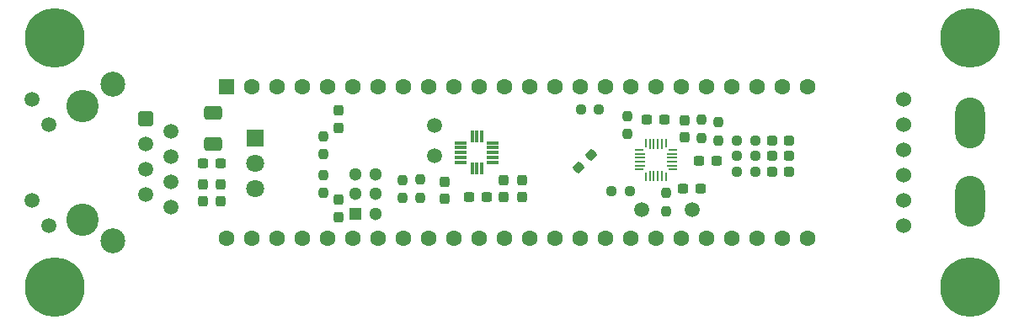
<source format=gbr>
%TF.GenerationSoftware,KiCad,Pcbnew,(6.0.1)*%
%TF.CreationDate,2022-11-25T01:31:12-06:00*%
%TF.ProjectId,NavBoard_Hardware,4e617642-6f61-4726-945f-486172647761,rev?*%
%TF.SameCoordinates,Original*%
%TF.FileFunction,Soldermask,Top*%
%TF.FilePolarity,Negative*%
%FSLAX46Y46*%
G04 Gerber Fmt 4.6, Leading zero omitted, Abs format (unit mm)*
G04 Created by KiCad (PCBNEW (6.0.1)) date 2022-11-25 01:31:12*
%MOMM*%
%LPD*%
G01*
G04 APERTURE LIST*
G04 Aperture macros list*
%AMRoundRect*
0 Rectangle with rounded corners*
0 $1 Rounding radius*
0 $2 $3 $4 $5 $6 $7 $8 $9 X,Y pos of 4 corners*
0 Add a 4 corners polygon primitive as box body*
4,1,4,$2,$3,$4,$5,$6,$7,$8,$9,$2,$3,0*
0 Add four circle primitives for the rounded corners*
1,1,$1+$1,$2,$3*
1,1,$1+$1,$4,$5*
1,1,$1+$1,$6,$7*
1,1,$1+$1,$8,$9*
0 Add four rect primitives between the rounded corners*
20,1,$1+$1,$2,$3,$4,$5,0*
20,1,$1+$1,$4,$5,$6,$7,0*
20,1,$1+$1,$6,$7,$8,$9,0*
20,1,$1+$1,$8,$9,$2,$3,0*%
G04 Aperture macros list end*
%ADD10RoundRect,0.237500X-0.237500X0.250000X-0.237500X-0.250000X0.237500X-0.250000X0.237500X0.250000X0*%
%ADD11RoundRect,0.237500X0.300000X0.237500X-0.300000X0.237500X-0.300000X-0.237500X0.300000X-0.237500X0*%
%ADD12C,1.500000*%
%ADD13RoundRect,0.237500X-0.250000X-0.237500X0.250000X-0.237500X0.250000X0.237500X-0.250000X0.237500X0*%
%ADD14R,1.800000X1.800000*%
%ADD15C,1.800000*%
%ADD16R,0.228600X0.875000*%
%ADD17R,0.228600X1.000000*%
%ADD18R,0.850000X0.228600*%
%ADD19R,1.000000X0.228600*%
%ADD20R,0.228600X0.850000*%
%ADD21R,0.875000X0.228600*%
%ADD22RoundRect,0.237500X-0.300000X-0.237500X0.300000X-0.237500X0.300000X0.237500X-0.300000X0.237500X0*%
%ADD23RoundRect,0.237500X-0.237500X0.300000X-0.237500X-0.300000X0.237500X-0.300000X0.237500X0.300000X0*%
%ADD24RoundRect,0.250000X-0.650000X0.412500X-0.650000X-0.412500X0.650000X-0.412500X0.650000X0.412500X0*%
%ADD25RoundRect,0.237500X0.237500X-0.287500X0.237500X0.287500X-0.237500X0.287500X-0.237500X-0.287500X0*%
%ADD26R,1.200000X0.350000*%
%ADD27R,0.350000X1.200000*%
%ADD28C,6.000000*%
%ADD29RoundRect,0.237500X0.287500X0.237500X-0.287500X0.237500X-0.287500X-0.237500X0.287500X-0.237500X0*%
%ADD30RoundRect,0.237500X0.237500X-0.250000X0.237500X0.250000X-0.237500X0.250000X-0.237500X-0.250000X0*%
%ADD31RoundRect,0.237500X0.250000X0.237500X-0.250000X0.237500X-0.250000X-0.237500X0.250000X-0.237500X0*%
%ADD32RoundRect,0.237500X0.237500X-0.300000X0.237500X0.300000X-0.237500X0.300000X-0.237500X-0.300000X0*%
%ADD33C,3.250000*%
%ADD34RoundRect,0.250500X-0.499500X0.499500X-0.499500X-0.499500X0.499500X-0.499500X0.499500X0.499500X0*%
%ADD35C,2.500000*%
%ADD36RoundRect,0.237500X0.008839X0.344715X-0.344715X-0.008839X-0.008839X-0.344715X0.344715X0.008839X0*%
%ADD37RoundRect,0.237500X-0.237500X0.287500X-0.237500X-0.287500X0.237500X-0.287500X0.237500X0.287500X0*%
%ADD38C,1.524000*%
%ADD39R,1.600000X1.600000*%
%ADD40C,1.600000*%
%ADD41R,1.300000X1.300000*%
%ADD42C,1.300000*%
%ADD43O,3.000000X5.100000*%
G04 APERTURE END LIST*
D10*
%TO.C,R10*%
X122748929Y-73626070D03*
X122748929Y-75451070D03*
%TD*%
D11*
%TO.C,C5*%
X122561429Y-66238570D03*
X120836429Y-66238570D03*
%TD*%
D12*
%TO.C,TP3*%
X99455001Y-66850000D03*
%TD*%
D13*
%TO.C,R17*%
X129875000Y-68300000D03*
X131700000Y-68300000D03*
%TD*%
D14*
%TO.C,U2*%
X81480000Y-68087500D03*
D15*
X81480000Y-70627500D03*
X81480000Y-73167500D03*
%TD*%
D16*
%TO.C,U3*%
X120736508Y-71948570D03*
D17*
X121136510Y-71888570D03*
X121536509Y-71888570D03*
X121936509Y-71888570D03*
X122336508Y-71888570D03*
D16*
X122736510Y-71948570D03*
D18*
X123423929Y-71248930D03*
D19*
X123348929Y-70848928D03*
X123348929Y-70448929D03*
X123348929Y-70048929D03*
X123348929Y-69648930D03*
D18*
X123423929Y-69248928D03*
D20*
X122736510Y-68563570D03*
D17*
X122336508Y-68638570D03*
X121936509Y-68638570D03*
X121536509Y-68638570D03*
X121136510Y-68638570D03*
D20*
X120736508Y-68563570D03*
D21*
X120038929Y-69248928D03*
D19*
X120098929Y-69648930D03*
X120098929Y-70048929D03*
X120098929Y-70448929D03*
X120098929Y-70848928D03*
D21*
X120038929Y-71248930D03*
%TD*%
D22*
%TO.C,C1*%
X76237500Y-70600000D03*
X77962500Y-70600000D03*
%TD*%
D23*
%TO.C,C12*%
X100455000Y-72450000D03*
X100455000Y-74175000D03*
%TD*%
D12*
%TO.C,TP2*%
X125348929Y-75238570D03*
%TD*%
%TO.C,TP4*%
X99455000Y-69850000D03*
%TD*%
D13*
%TO.C,R16*%
X129875000Y-69900000D03*
X131700000Y-69900000D03*
%TD*%
D24*
%TO.C,C2*%
X77200000Y-65537500D03*
X77200000Y-68662500D03*
%TD*%
D25*
%TO.C,D5*%
X89800000Y-76000001D03*
X89800000Y-74250001D03*
%TD*%
D11*
%TO.C,C9*%
X104717500Y-73968750D03*
X102992500Y-73968750D03*
%TD*%
D26*
%TO.C,U4*%
X105345000Y-70550000D03*
X105345000Y-70050000D03*
X105345000Y-69550000D03*
X105345000Y-69050000D03*
X105345000Y-68550000D03*
D27*
X104255000Y-67950000D03*
X103755000Y-67950000D03*
X103255000Y-67950000D03*
D26*
X102145000Y-68550000D03*
X102145000Y-69050000D03*
X102145000Y-69550000D03*
X102145000Y-70050000D03*
X102145000Y-70550000D03*
D27*
X103255000Y-71150000D03*
X103755000Y-71150000D03*
X104255000Y-71150000D03*
%TD*%
D28*
%TO.C,H3*%
X153300000Y-83100000D03*
%TD*%
D29*
%TO.C,D2*%
X135162500Y-71500000D03*
X133412500Y-71500000D03*
%TD*%
D22*
%TO.C,C8*%
X126086429Y-70338570D03*
X127811429Y-70338570D03*
%TD*%
D30*
%TO.C,R18*%
X88300000Y-73612500D03*
X88300000Y-71787500D03*
%TD*%
D31*
%TO.C,R9*%
X119112500Y-73400000D03*
X117287500Y-73400000D03*
%TD*%
D10*
%TO.C,R13*%
X96300000Y-72287500D03*
X96300000Y-74112500D03*
%TD*%
D28*
%TO.C,H2*%
X153300000Y-58000000D03*
%TD*%
D29*
%TO.C,D4*%
X135162500Y-68300000D03*
X133412500Y-68300000D03*
%TD*%
%TO.C,D3*%
X135162500Y-69900000D03*
X133412500Y-69900000D03*
%TD*%
D13*
%TO.C,R15*%
X129875000Y-71500000D03*
X131700000Y-71500000D03*
%TD*%
D10*
%TO.C,R14*%
X98055001Y-72237500D03*
X98055001Y-74062500D03*
%TD*%
D23*
%TO.C,C3*%
X76200000Y-72737500D03*
X76200000Y-74462500D03*
%TD*%
%TO.C,C11*%
X108255000Y-72287500D03*
X108255000Y-74012500D03*
%TD*%
D32*
%TO.C,C6*%
X124648929Y-68038570D03*
X124648929Y-66313570D03*
%TD*%
D22*
%TO.C,C7*%
X124486429Y-73138570D03*
X126211429Y-73138570D03*
%TD*%
D23*
%TO.C,C4*%
X78000000Y-72737500D03*
X78000000Y-74462500D03*
%TD*%
%TO.C,C10*%
X106455000Y-72287501D03*
X106455000Y-74012501D03*
%TD*%
D12*
%TO.C,TP1*%
X120300000Y-75238570D03*
%TD*%
D30*
%TO.C,R12*%
X126348929Y-68051070D03*
X126348929Y-66226070D03*
%TD*%
D28*
%TO.C,H1*%
X61300000Y-58000000D03*
%TD*%
D30*
%TO.C,R5*%
X88300000Y-69712500D03*
X88300000Y-67887500D03*
%TD*%
D33*
%TO.C,J2*%
X64075000Y-64830000D03*
X64075000Y-76260000D03*
D34*
X70425000Y-66100000D03*
D12*
X72965000Y-67370000D03*
X70425000Y-68640000D03*
X72965000Y-69910000D03*
X70425000Y-71180000D03*
X72965000Y-72450000D03*
X70425000Y-73720000D03*
X72965000Y-74990000D03*
X58995000Y-64220000D03*
X60695000Y-66760000D03*
X58995000Y-74330000D03*
X60695000Y-76870000D03*
D35*
X67125000Y-78420000D03*
X67125000Y-62670000D03*
%TD*%
D28*
%TO.C,H4*%
X61300000Y-83100000D03*
%TD*%
D30*
%TO.C,R8*%
X128048929Y-68338570D03*
X128048929Y-66513570D03*
%TD*%
%TO.C,R11*%
X118848929Y-67663570D03*
X118848929Y-65838570D03*
%TD*%
D36*
%TO.C,R7*%
X115245235Y-69754765D03*
X113954765Y-71045235D03*
%TD*%
D13*
%TO.C,R6*%
X114187500Y-65200000D03*
X116012500Y-65200000D03*
%TD*%
D37*
%TO.C,D1*%
X89800000Y-65299999D03*
X89800000Y-67049999D03*
%TD*%
D38*
%TO.C,J1*%
X146612000Y-76900000D03*
X146612000Y-74360000D03*
X146612000Y-71820000D03*
X146612000Y-69280000D03*
X146612000Y-66740000D03*
X146612000Y-64200000D03*
%TD*%
D39*
%TO.C,U1*%
X78550200Y-62900000D03*
D40*
X81090200Y-62900000D03*
X83630200Y-62900000D03*
X86170200Y-62900000D03*
X88710200Y-62900000D03*
X91250200Y-62900000D03*
X93790200Y-62900000D03*
X96330200Y-62900000D03*
X98870200Y-62900000D03*
X101410200Y-62900000D03*
X103950200Y-62900000D03*
X106490200Y-62900000D03*
X109030200Y-62900000D03*
X111570200Y-62900000D03*
X114110200Y-62900000D03*
X116650200Y-62900000D03*
X119190200Y-62900000D03*
X121730200Y-62900000D03*
X124270200Y-62900000D03*
X126810200Y-62900000D03*
X129350200Y-62900000D03*
X131890200Y-62900000D03*
X134430200Y-62900000D03*
X136970200Y-62900000D03*
X136970200Y-78140000D03*
X134430200Y-78140000D03*
X131890200Y-78140000D03*
X129350200Y-78140000D03*
X126810200Y-78140000D03*
X124270200Y-78140000D03*
X121730200Y-78140000D03*
X119190200Y-78140000D03*
X116650200Y-78140000D03*
X114110200Y-78140000D03*
X111570200Y-78140000D03*
X109030200Y-78140000D03*
X106490200Y-78140000D03*
X103950200Y-78140000D03*
X101410200Y-78140000D03*
X98870200Y-78140000D03*
X96330200Y-78140000D03*
X93790200Y-78140000D03*
X91250200Y-78140000D03*
X88710200Y-78140000D03*
X86170200Y-78140000D03*
X83630200Y-78140000D03*
X81090200Y-78140000D03*
X78550200Y-78140000D03*
D41*
X91520200Y-75701600D03*
D42*
X91520200Y-73701600D03*
X91520200Y-71701600D03*
X93520200Y-71701600D03*
X93520200Y-73701600D03*
X93520200Y-75701600D03*
%TD*%
D43*
%TO.C,Conn1*%
X153300000Y-66600000D03*
X153300000Y-74474000D03*
%TD*%
M02*

</source>
